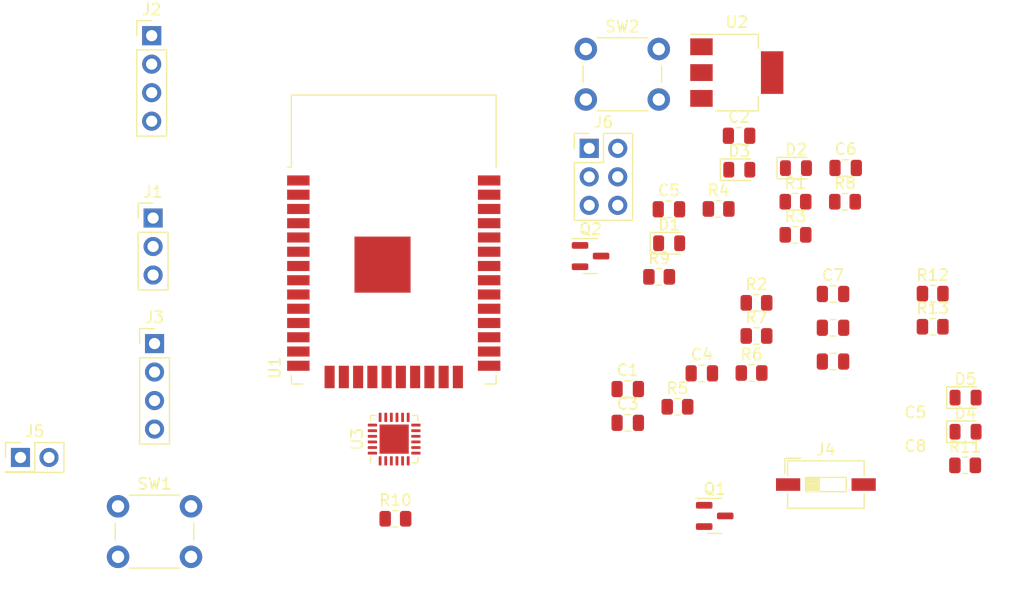
<source format=kicad_pcb>
(kicad_pcb (version 20211014) (generator pcbnew)
  (title_block (title "esp32-warm-water") (date "2021-08-06") (rev "0.2") (company "author: @wolffshots") (comment 1 "url: https://git.io/JBVO7") (comment 2 "fw: https://git.io/JBVqy"))
  (layers (0 "F.Cu" signal) (31 "B.Cu" signal) (34 "B.Paste" user) (35 "F.Paste" user) (36 "B.SilkS" user "B.Silkscreen") (37 "F.SilkS" user "F.Silkscreen") (38 "B.Mask" user) (39 "F.Mask" user) (44 "Edge.Cuts" user))
  (net 0 "")
  (net 1 "GND")
  (net 2 "+3V3")
  (net 3 "VBUS")
  (net 4 "RST")
  (net 5 "Net-(C3-Pad1)")
  (net 6 "TX_ESP")
  (net 7 "RX_ESP")
  (net 8 "GPIO0")
  (net 9 "Net-(Q1-Pad1)")
  (net 10 "RTS")
  (net 11 "Net-(Q2-Pad1)")
  (net 12 "DTR")
  (net 13 "Net-(R6-Pad2)")
  (net 14 "Net-(R7-Pad1)")
  (net 16 "D+")
  (net 17 "D-")
  (net 29 "SLED2")
  (net 30 "SLED1")
  (net 31 "SDA")
  (net 32 "SCL")
  (net 34 "GPIO14")
  (net 35 "CH2")
  (net 36 "CH1")
  (net 37 "/SLED_V1")
  (net 38 "/SD3")
  (net 39 "/SD2")
  (net 40 "/SD1")
  (net 41 "/SD0")
  (net 42 "Net-(U3-Pad14)")
  (net 43 "/RELAY_V")
  (net 44 "/PLED_V")
  (net 45 "/IO5")
  (net 46 "/IO4")
  (net 47 "/IO35")
  (net 48 "/IO34")
  (net 49 "/IO33")
  (net 50 "/IO32")
  (net 51 "/IO26")
  (net 52 "/IO25")
  (net 53 "/IO23")
  (net 54 "/IO2")
  (net 55 "/IO17")
  (net 56 "/IO16")
  (net 57 "/IO15")
  (net 58 "/IO13")
  (net 59 "/CMD")
  (net 60 "/CLK")
  (net 61 "Net-(U3-Pad13)")
  (net 62 "Net-(U3-Pad9)")
  (footprint "Package_TO_SOT_SMD:SOT-223-3_TabPin2" (layer "F.Cu") (at 93.282 22.348)
    (fp_text reference "U2" (at 0 -4.5) (layer "F.SilkS"))
    (fp_text value "AMS1117-3.3")
    (fp_line (start -4.1 -3.41) (end 1.91 -3.41) (layer "F.SilkS") (width 0.12))
    (fp_line (start 1.91 3.41) (end 1.91 2.15) (layer "F.SilkS") (width 0.12))
    (fp_line (start 1.91 -3.41) (end 1.91 -2.15) (layer "F.SilkS") (width 0.12))
    (fp_line (start -1.85 3.41) (end 1.91 3.41) (layer "F.SilkS") (width 0.12))
    (pad "1" smd rect (at -3.15 -2.3) (size 2 1.5) (layers "F.Cu" "F.Paste" "F.Mask") (net 1 "GND"))
    (pad "2" smd rect (at 3.15 0) (size 2 3.8) (layers "F.Cu" "F.Paste" "F.Mask") (net 2 "+3V3"))
    (pad "2" smd rect (at -3.15 0) (size 2 1.5) (layers "F.Cu" "F.Paste" "F.Mask") (net 2 "+3V3"))
    (pad "3" smd rect (at -3.15 2.3) (size 2 1.5) (layers "F.Cu" "F.Paste" "F.Mask") (net 3 "VBUS"))
  )
  (footprint "RF_Module:ESP32-WROOM-32" (layer "F.Cu") (at 62.716 40.216)
    (fp_text reference "U1" (at -10.61 8.43 90) (layer "F.SilkS"))
    (fp_text value "ESP32-WROOM-32(8MB)")
    (fp_line (start -9.12 9.88) (end -8.12 9.88) (layer "F.SilkS") (width 0.12))
    (fp_line (start 9.12 9.1) (end 9.12 9.88) (layer "F.SilkS") (width 0.12))
    (fp_line (start 9.12 -15.865) (end 9.12 -9.445) (layer "F.SilkS") (width 0.12))
    (fp_line (start -9.12 -9.445) (end -9.5 -9.445) (layer "F.SilkS") (width 0.12))
    (fp_line (start -9.12 -15.865) (end -9.12 -9.445) (layer "F.SilkS") (width 0.12))
    (fp_line (start -9.12 9.1) (end -9.12 9.88) (layer "F.SilkS") (width 0.12))
    (fp_line (start -9.12 -15.865) (end 9.12 -15.865) (layer "F.SilkS") (width 0.12))
    (fp_line (start 9.12 9.88) (end 8.12 9.88) (layer "F.SilkS") (width 0.12))
    (pad "1" smd rect (at -8.5 -8.255) (size 2 0.9) (layers "F.Cu" "F.Paste" "F.Mask") (net 1 "GND"))
    (pad "2" smd rect (at -8.5 -6.985) (size 2 0.9) (layers "F.Cu" "F.Paste" "F.Mask") (net 2 "+3V3"))
    (pad "3" smd rect (at -8.5 -5.715) (size 2 0.9) (layers "F.Cu" "F.Paste" "F.Mask") (net 4 "RST"))
    (pad "4" smd rect (at -8.5 -4.445) (size 2 0.9) (layers "F.Cu" "F.Paste" "F.Mask"))
    (pad "5" smd rect (at -8.5 -3.175) (size 2 0.9) (layers "F.Cu" "F.Paste" "F.Mask"))
    (pad "6" smd rect (at -8.5 -1.905) (size 2 0.9) (layers "F.Cu" "F.Paste" "F.Mask") (net 48 "/IO34"))
    (pad "7" smd rect (at -8.5 -0.635) (size 2 0.9) (layers "F.Cu" "F.Paste" "F.Mask") (net 47 "/IO35"))
    (pad "8" smd rect (at -8.5 0.635) (size 2 0.9) (layers "F.Cu" "F.Paste" "F.Mask") (net 50 "/IO32"))
    (pad "9" smd rect (at -8.5 1.905) (size 2 0.9) (layers "F.Cu" "F.Paste" "F.Mask") (net 49 "/IO33"))
    (pad "10" smd rect (at -8.5 3.175) (size 2 0.9) (layers "F.Cu" "F.Paste" "F.Mask") (net 52 "/IO25"))
    (pad "11" smd rect (at -8.5 4.445) (size 2 0.9) (layers "F.Cu" "F.Paste" "F.Mask") (net 51 "/IO26"))
    (pad "12" smd rect (at -8.5 5.715) (size 2 0.9) (layers "F.Cu" "F.Paste" "F.Mask") (net 29 "SLED2"))
    (pad "13" smd rect (at -8.5 6.985) (size 2 0.9) (layers "F.Cu" "F.Paste" "F.Mask") (net 34 "GPIO14"))
    (pad "14" smd rect (at -8.5 8.255) (size 2 0.9) (layers "F.Cu" "F.Paste" "F.Mask") (net 30 "SLED1"))
    (pad "15" smd rect (at -5.715 9.255 90) (size 2 0.9) (layers "F.Cu" "F.Paste" "F.Mask") (net 1 "GND"))
    (pad "16" smd rect (at -4.445 9.255 90) (size 2 0.9) (layers "F.Cu" "F.Paste" "F.Mask") (net 58 "/IO13"))
    (pad "17" smd rect (at -3.175 9.255 90) (size 2 0.9) (layers "F.Cu" "F.Paste" "F.Mask") (net 39 "/SD2"))
    (pad "18" smd rect (at -1.905 9.255 90) (size 2 0.9) (layers "F.Cu" "F.Paste" "F.Mask") (net 38 "/SD3"))
    (pad "19" smd rect (at -0.635 9.255 90) (size 2 0.9) (layers "F.Cu" "F.Paste" "F.Mask") (net 59 "/CMD"))
    (pad "20" smd rect (at 0.635 9.255 90) (size 2 0.9) (layers "F.Cu" "F.Paste" "F.Mask") (net 60 "/CLK"))
    (pad "21" smd rect (at 1.905 9.255 90) (size 2 0.9) (layers "F.Cu" "F.Paste" "F.Mask") (net 41 "/SD0"))
    (pad "22" smd rect (at 3.175 9.255 90) (size 2 0.9) (layers "F.Cu" "F.Paste" "F.Mask") (net 40 "/SD1"))
    (pad "23" smd rect (at 4.445 9.255 90) (size 2 0.9) (layers "F.Cu" "F.Paste" "F.Mask") (net 57 "/IO15"))
    (pad "24" smd rect (at 5.715 9.255 90) (size 2 0.9) (layers "F.Cu" "F.Paste" "F.Mask") (net 54 "/IO2"))
    (pad "25" smd rect (at 8.5 8.255) (size 2 0.9) (layers "F.Cu" "F.Paste" "F.Mask") (net 8 "GPIO0"))
    (pad "26" smd rect (at 8.5 6.985) (size 2 0.9) (layers "F.Cu" "F.Paste" "F.Mask") (net 46 "/IO4"))
    (pad "27" smd rect (at 8.5 5.715) (size 2 0.9) (layers "F.Cu" "F.Paste" "F.Mask") (net 56 "/IO16"))
    (pad "28" smd rect (at 8.5 4.445) (size 2 0.9) (layers "F.Cu" "F.Paste" "F.Mask") (net 55 "/IO17"))
    (pad "29" smd rect (at 8.5 3.175) (size 2 0.9) (layers "F.Cu" "F.Paste" "F.Mask") (net 45 "/IO5"))
    (pad "30" smd rect (at 8.5 1.905) (size 2 0.9) (layers "F.Cu" "F.Paste" "F.Mask") (net 36 "CH1"))
    (pad "31" smd rect (at 8.5 0.635) (size 2 0.9) (layers "F.Cu" "F.Paste" "F.Mask") (net 35 "CH2"))
    (pad "32" smd rect (at 8.5 -0.635) (size 2 0.9) (layers "F.Cu" "F.Paste" "F.Mask"))
    (pad "33" smd rect (at 8.5 -1.905) (size 2 0.9) (layers "F.Cu" "F.Paste" "F.Mask") (net 31 "SDA"))
    (pad "34" smd rect (at 8.5 -3.175) (size 2 0.9) (layers "F.Cu" "F.Paste" "F.Mask") (net 7 "RX_ESP"))
    (pad "35" smd rect (at 8.5 -4.445) (size 2 0.9) (layers "F.Cu" "F.Paste" "F.Mask") (net 6 "TX_ESP"))
    (pad "36" smd rect (at 8.5 -5.715) (size 2 0.9) (layers "F.Cu" "F.Paste" "F.Mask") (net 32 "SCL"))
    (pad "37" smd rect (at 8.5 -6.985) (size 2 0.9) (layers "F.Cu" "F.Paste" "F.Mask") (net 53 "/IO23"))
    (pad "38" smd rect (at 8.5 -8.255) (size 2 0.9) (layers "F.Cu" "F.Paste" "F.Mask") (net 1 "GND"))
    (pad "39" smd rect (at -1 -0.755) (size 5 5) (layers "F.Cu" "F.Paste" "F.Mask") (net 1 "GND"))
  )
  (footprint "Connector_PinHeader_2.54mm:PinHeader_2x03_P2.54mm_Vertical" (layer "F.Cu") (at 80.132 29.098)
    (fp_text reference "J6" (at 1.27 -2.33) (layer "F.SilkS"))
    (fp_text value "CONN_PROG")
    (fp_line (start 1.27 1.27) (end 1.27 -1.33) (layer "F.SilkS") (width 0.12))
    (fp_line (start 1.27 -1.33) (end 3.87 -1.33) (layer "F.SilkS") (width 0.12))
    (fp_line (start -1.33 0) (end -1.33 -1.33) (layer "F.SilkS") (width 0.12))
    (fp_line (start -1.33 1.27) (end 1.27 1.27) (layer "F.SilkS") (width 0.12))
    (fp_line (start -1.33 6.41) (end 3.87 6.41) (layer "F.SilkS") (width 0.12))
    (fp_line (start 3.87 -1.33) (end 3.87 6.41) (layer "F.SilkS") (width 0.12))
    (fp_line (start -1.33 1.27) (end -1.33 6.41) (layer "F.SilkS") (width 0.12))
    (fp_line (start -1.33 -1.33) (end 0 -1.33) (layer "F.SilkS") (width 0.12))
    (pad "1" thru_hole rect (at 0 0) (size 1.7 1.7) (drill 1) (layers *.Cu *.Mask) (net 1 "GND"))
    (pad "2" thru_hole oval (at 2.54 0) (size 1.7 1.7) (drill 1) (layers *.Cu *.Mask))
    (pad "3" thru_hole oval (at 0 2.54) (size 1.7 1.7) (drill 1) (layers *.Cu *.Mask) (net 6 "TX_ESP"))
    (pad "4" thru_hole oval (at 2.54 2.54) (size 1.7 1.7) (drill 1) (layers *.Cu *.Mask) (net 8 "GPIO0"))
    (pad "5" thru_hole oval (at 0 5.08) (size 1.7 1.7) (drill 1) (layers *.Cu *.Mask) (net 7 "RX_ESP"))
    (pad "6" thru_hole oval (at 2.54 5.08) (size 1.7 1.7) (drill 1) (layers *.Cu *.Mask) (net 2 "+3V3"))
  )
  (footprint "Capacitor_SMD:C_0805_2012Metric" (layer "F.Cu") (at 83.566 50.546)
    (fp_text reference "C1" (at 0 -1.68) (layer "F.SilkS"))
    (fp_text value "10uF")
    (fp_line (start -0.261252 -0.735) (end 0.261252 -0.735) (layer "F.SilkS") (width 0.12))
    (fp_line (start -0.261252 0.735) (end 0.261252 0.735) (layer "F.SilkS") (width 0.12))
    (pad "1" smd roundrect (at -0.95 0) (size 1 1.45) (layers "F.Cu" "F.Paste" "F.Mask") (net 1 "GND"))
    (pad "2" smd roundrect (at 0.95 0) (size 1 1.45) (layers "F.Cu" "F.Paste" "F.Mask") (net 3 "VBUS"))
  )
  (footprint "Resistor_SMD:R_0805_2012Metric" (layer "F.Cu") (at 91.662 34.498)
    (fp_text reference "R4" (at 0 -1.65) (layer "F.SilkS"))
    (fp_text value "330")
    (fp_line (start -0.227064 0.735) (end 0.227064 0.735) (layer "F.SilkS") (width 0.12))
    (fp_line (start -0.227064 -0.735) (end 0.227064 -0.735) (layer "F.SilkS") (width 0.12))
    (pad "1" smd roundrect (at -0.9125 0) (size 1.025 1.4) (layers "F.Cu" "F.Paste" "F.Mask") (roundrect_rratio 0.243902) (net 30 "SLED1"))
    (pad "2" smd roundrect (at 0.9125 0) (size 1.025 1.4) (layers "F.Cu" "F.Paste" "F.Mask") (roundrect_rratio 0.243902) (net 37 "/SLED_V1"))
  )
  (footprint "Resistor_SMD:R_0805_2012Metric" (layer "F.Cu") (at 86.362 40.548)
    (fp_text reference "R9" (at 0 -1.65) (layer "F.SilkS"))
    (fp_text value "10k")
    (fp_line (start -0.227064 0.735) (end 0.227064 0.735) (layer "F.SilkS") (width 0.12))
    (fp_line (start -0.227064 -0.735) (end 0.227064 -0.735) (layer "F.SilkS") (width 0.12))
    (pad "1" smd roundrect (at -0.9125 0) (size 1.025 1.4) (layers "F.Cu" "F.Paste" "F.Mask") (roundrect_rratio 0.243902) (net 10 "RTS"))
    (pad "2" smd roundrect (at 0.9125 0) (size 1.025 1.4) (layers "F.Cu" "F.Paste" "F.Mask") (roundrect_rratio 0.243902) (net 11 "Net-(Q2-Pad1)"))
  )
  (footprint "Resistor_SMD:R_0805_2012Metric" (layer "F.Cu") (at 113.625 57.343)
    (fp_text reference "R11" (at 0 -1.65) (layer "F.SilkS"))
    (fp_text value "4k7")
    (fp_line (start -0.227064 0.735) (end 0.227064 0.735) (layer "F.SilkS") (width 0.12))
    (fp_line (start -0.227064 -0.735) (end 0.227064 -0.735) (layer "F.SilkS") (width 0.12))
    (pad "1" smd roundrect (at -0.9125 0) (size 1.025 1.4) (layers "F.Cu" "F.Paste" "F.Mask") (roundrect_rratio 0.243902) (net 2 "+3V3"))
    (pad "2" smd roundrect (at 0.9125 0) (size 1.025 1.4) (layers "F.Cu" "F.Paste" "F.Mask") (roundrect_rratio 0.243902) (net 62 "Net-(U3-Pad9)"))
  )
  (footprint "Capacitor_SMD:C_0805_2012Metric" (layer "F.Cu") (at 102.982 30.846)
    (fp_text reference "C6" (at 0 -1.68) (layer "F.SilkS"))
    (fp_text value "10uF")
    (fp_line (start -0.261252 -0.735) (end 0.261252 -0.735) (layer "F.SilkS") (width 0.12))
    (fp_line (start -0.261252 0.735) (end 0.261252 0.735) (layer "F.SilkS") (width 0.12))
    (pad "1" smd roundrect (at -0.95 0) (size 1 1.45) (layers "F.Cu" "F.Paste" "F.Mask") (net 1 "GND"))
    (pad "2" smd roundrect (at 0.95 0) (size 1 1.45) (layers "F.Cu" "F.Paste" "F.Mask") (net 8 "GPIO0"))
  )
  (footprint "Capacitor_SMD:C_0805_2012Metric" (layer "F.Cu") (at 90.166 49.146)
    (fp_text reference "C4" (at 0 -1.68) (layer "F.SilkS"))
    (fp_text value "100nF")
    (fp_line (start -0.261252 -0.735) (end 0.261252 -0.735) (layer "F.SilkS") (width 0.12))
    (fp_line (start -0.261252 0.735) (end 0.261252 0.735) (layer "F.SilkS") (width 0.12))
    (pad "1" smd roundrect (at -0.95 0) (size 1 1.45) (layers "F.Cu" "F.Paste" "F.Mask") (net 1 "GND"))
    (pad "2" smd roundrect (at 0.95 0) (size 1 1.45) (layers "F.Cu" "F.Paste" "F.Mask") (net 2 "+3V3"))
  )
  (footprint "Resistor_SMD:R_0805_2012Metric" (layer "F.Cu") (at 102.922 33.856)
    (fp_text reference "R8" (at 0 -1.65) (layer "F.SilkS"))
    (fp_text value "10K")
    (fp_line (start -0.227064 0.735) (end 0.227064 0.735) (layer "F.SilkS") (width 0.12))
    (fp_line (start -0.227064 -0.735) (end 0.227064 -0.735) (layer "F.SilkS") (width 0.12))
    (pad "1" smd roundrect (at -0.9125 0) (size 1.025 1.4) (layers "F.Cu" "F.Paste" "F.Mask") (roundrect_rratio 0.243902) (net 2 "+3V3"))
    (pad "2" smd roundrect (at 0.9125 0) (size 1.025 1.4) (layers "F.Cu" "F.Paste" "F.Mask") (roundrect_rratio 0.243902) (net 8 "GPIO0"))
  )
  (footprint "Package_TO_SOT_SMD:SOT-23" (layer "F.Cu") (at 80.252 38.698)
    (fp_text reference "Q2" (at 0 -2.4) (layer "F.SilkS"))
    (fp_text value "BC847")
    (fp_line (start 0 -1.56) (end 0.65 -1.56) (layer "F.SilkS") (width 0.12))
    (fp_line (start 0 -1.56) (end -1.675 -1.56) (layer "F.SilkS") (width 0.12))
    (fp_line (start 0 1.56) (end 0.65 1.56) (layer "F.SilkS") (width 0.12))
    (fp_line (start 0 1.56) (end -0.65 1.56) (layer "F.SilkS") (width 0.12))
    (pad "1" smd roundrect (at -0.9375 -0.95) (size 1.475 0.6) (layers "F.Cu" "F.Paste" "F.Mask") (net 11 "Net-(Q2-Pad1)"))
    (pad "2" smd roundrect (at -0.9375 0.95) (size 1.475 0.6) (layers "F.Cu" "F.Paste" "F.Mask") (net 12 "DTR"))
    (pad "3" smd roundrect (at 0.9375 0) (size 1.475 0.6) (layers "F.Cu" "F.Paste" "F.Mask") (net 8 "GPIO0"))
  )
  (footprint "Resistor_SMD:R_0805_2012Metric" (layer "F.Cu") (at 62.865 62.103)
    (fp_text reference "R10" (at 0 -1.65) (layer "F.SilkS"))
    (fp_text value "10k")
    (fp_line (start -0.227064 0.735) (end 0.227064 0.735) (layer "F.SilkS") (width 0.12))
    (fp_line (start -0.227064 -0.735) (end 0.227064 -0.735) (layer "F.SilkS") (width 0.12))
    (pad "1" smd roundrect (at -0.9125 0) (size 1.025 1.4) (layers "F.Cu" "F.Paste" "F.Mask") (roundrect_rratio 0.243902) (net 12 "DTR"))
    (pad "2" smd roundrect (at 0.9125 0) (size 1.025 1.4) (layers "F.Cu" "F.Paste" "F.Mask") (roundrect_rratio 0.243902) (net 9 "Net-(Q1-Pad1)"))
  )
  (footprint "Capacitor_SMD:C_0805_2012Metric" (layer "F.Cu") (at 93.482 27.978)
    (fp_text reference "C2" (at 0 -1.68) (layer "F.SilkS"))
    (fp_text value "10uF")
    (fp_line (start -0.261252 0.735) (end 0.261252 0.735) (layer "F.SilkS") (width 0.12))
    (fp_line (start -0.261252 -0.735) (end 0.261252 -0.735) (layer "F.SilkS") (width 0.12))
    (pad "1" smd roundrect (at -0.95 0) (size 1 1.45) (layers "F.Cu" "F.Paste" "F.Mask") (net 1 "GND"))
    (pad "2" smd roundrect (at 0.95 0) (size 1 1.45) (layers "F.Cu" "F.Paste" "F.Mask") (net 4 "RST"))
  )
  (footprint "Connector_PinHeader_2.54mm:PinHeader_1x04_P2.54mm_Vertical" (layer "F.Cu") (at 41.148 19.06)
    (fp_text reference "J2" (at 0 -2.33) (layer "F.SilkS"))
    (fp_text value "OLED")
    (fp_line (start -1.33 8.95) (end 1.33 8.95) (layer "F.SilkS") (width 0.12))
    (fp_line (start 1.33 1.27) (end 1.33 8.95) (layer "F.SilkS") (width 0.12))
    (fp_line (start -1.33 0) (end -1.33 -1.33) (layer "F.SilkS") (width 0.12))
    (fp_line (start -1.33 1.27) (end 1.33 1.27) (layer "F.SilkS") (width 0.12))
    (fp_line (start -1.33 -1.33) (end 0 -1.33) (layer "F.SilkS") (width 0.12))
    (fp_line (start -1.33 1.27) (end -1.33 8.95) (layer "F.SilkS") (width 0.12))
    (pad "1" thru_hole rect (at 0 0) (size 1.7 1.7) (drill 1) (layers *.Cu *.Mask) (net 1 "GND"))
    (pad "2" thru_hole oval (at 0 2.54) (size 1.7 1.7) (drill 1) (layers *.Cu *.Mask) (net 2 "+3V3"))
    (pad "3" thru_hole oval (at 0 5.08) (size 1.7 1.7) (drill 1) (layers *.Cu *.Mask) (net 32 "SCL"))
    (pad "4" thru_hole oval (at 0 7.62) (size 1.7 1.7) (drill 1) (layers *.Cu *.Mask) (net 31 "SDA"))
  )
  (footprint "Button_Switch_SMD:SW_DIP_SPSTx01_Slide_6.7x4.1mm_W6.73mm_P2.54mm_LowProfile_JPin" (layer "F.Cu") (at 101.219 59.055)
    (fp_text reference "J4" (at 0 -3.11) (layer "F.SilkS"))
    (fp_text value "RELAY_EN")
    (fp_line (start -3.65 -2.35) (end -2.267 -2.35) (layer "F.SilkS") (width 0.12))
    (fp_line (start -1.81 0.325) (end -0.603333 0.325) (layer "F.SilkS") (width 0.12))
    (fp_line (start -1.81 -0.515) (end -0.603333 -0.515) (layer "F.SilkS") (width 0.12))
    (fp_line (start -3.41 2.11) (end 3.41 2.11) (layer "F.SilkS") (width 0.12))
    (fp_line (start 1.81 0.635) (end 1.81 -0.635) (layer "F.SilkS") (width 0.12))
    (fp_line (start -1.81 0.205) (end -0.603333 0.205) (layer "F.SilkS") (width 0.12))
    (fp_line (start -3.41 0.8) (end -3.41 2.11) (layer "F.SilkS") (width 0.12))
    (fp_line (start -3.65 -2.35) (end -3.65 -0.967) (layer "F.SilkS") (width 0.12))
    (fp_line (start 1.81 -0.635) (end -1.81 -0.635) (layer "F.SilkS") (width 0.12))
    (fp_line (start -1.81 -0.035) (end -0.603333 -0.035) (layer "F.SilkS") (width 0.12))
    (fp_line (start -1.81 -0.395) (end -0.603333 -0.395) (layer "F.SilkS") (width 0.12))
    (fp_line (start 3.41 -2.11) (end 3.41 -0.8) (layer "F.SilkS") (width 0.12))
    (fp_line (start -3.41 -2.11) (end 3.41 -2.11) (layer "F.SilkS") (width 0.12))
    (fp_line (start -1.81 -0.275) (end -0.603333 -0.275) (layer "F.SilkS") (width 0.12))
    (fp_line (start -1.81 0.565) (end -0.603333 0.565) (layer "F.SilkS") (width 0.12))
    (fp_line (start -1.81 0.635) (end 1.81 0.635) (layer "F.SilkS") (width 0.12))
    (fp_line (start -0.603333 -0.635) (end -0.603333 0.635) (layer "F.SilkS") (width 0.12))
    (fp_line (start -1.81 -0.635) (end -1.81 0.635) (layer "F.SilkS") (width 0.12))
    (fp_line (start -1.81 0.085) (end -0.603333 0.085) (layer "F.SilkS") (width 0.12))
    (fp_line (start -1.81 -0.155) (end -0.603333 -0.155) (layer "F.SilkS") (width 0.12))
    (fp_line (start -1.81 0.445) (end -0.603333 0.445) (layer "F.SilkS") (width 0.12))
    (fp_line (start 3.41 0.8) (end 3.41 2.11) (layer "F.SilkS") (width 0.12))
    (fp_line (start -3.41 -2.11) (end -3.41 -0.8) (layer "F.SilkS") (width 0.12))
    (pad "1" smd rect (at -3.365 0) (size 2.16 1.12) (layers "F.Cu" "F.Paste" "F.Mask") (net 43 "/RELAY_V"))
    (pad "2" smd rect (at 3.365 0) (size 2.16 1.12) (layers "F.Cu" "F.Paste" "F.Mask") (net 3 "VBUS"))
  )
  (footprint "Resistor_SMD:R_0805_2012Metric" (layer "F.Cu") (at 98.512 33.856)
    (fp_text reference "R1" (at 0 -1.65) (layer "F.SilkS"))
    (fp_text value "4k7")
    (fp_line (start -0.227064 0.735) (end 0.227064 0.735) (layer "F.SilkS") (width 0.12))
    (fp_line (start -0.227064 -0.735) (end 0.227064 -0.735) (layer "F.SilkS") (width 0.12))
    (pad "1" smd roundrect (at -0.9125 0) (size 1.025 1.4) (layers "F.Cu" "F.Paste" "F.Mask") (roundrect_rratio 0.243902) (net 2 "+3V3"))
    (pad "2" smd roundrect (at 0.9125 0) (size 1.025 1.4) (layers "F.Cu" "F.Paste" "F.Mask") (roundrect_rratio 0.243902) (net 34 "GPIO14"))
  )
  (footprint "Capacitor_SMD:C_0805_2012Metric" (layer "F.Cu") (at 87.232 34.528)
    (fp_text reference "C5" (at 0 -1.68) (layer "F.SilkS"))
    (fp_text value "10uF")
    (fp_line (start -0.261252 -0.735) (end 0.261252 -0.735) (layer "F.SilkS") (width 0.12))
    (fp_line (start -0.261252 0.735) (end 0.261252 0.735) (layer "F.SilkS") (width 0.12))
    (pad "1" smd roundrect (at -0.95 0) (size 1 1.45) (layers "F.Cu" "F.Paste" "F.Mask") (net 2 "+3V3"))
    (pad "2" smd roundrect (at 0.95 0) (size 1 1.45) (layers "F.Cu" "F.Paste" "F.Mask") (net 1 "GND"))
  )
  (footprint "Resistor_SMD:R_0805_2012Metric" (layer "F.Cu") (at 110.734 44.995)
    (fp_text reference "R13" (at 0 -1.65) (layer "F.SilkS"))
    (fp_text value "4k7")
    (fp_line (start -0.227064 0.735) (end 0.227064 0.735) (layer "F.SilkS") (width 0.12))
    (fp_line (start -0.227064 -0.735) (end 0.227064 -0.735) (layer "F.SilkS") (width 0.12))
    (pad "1" smd roundrect (at -0.9125 0) (size 1.025 1.4) (layers "F.Cu" "F.Paste" "F.Mask") (roundrect_rratio 0.243902) (net 31 "SDA"))
    (pad "2" smd roundrect (at 0.9125 0) (size 1.025 1.4) (layers "F.Cu" "F.Paste" "F.Mask") (roundrect_rratio 0.243902) (net 2 "+3V3"))
  )
  (footprint "Resistor_SMD:R_0805_2012Metric" (layer "F.Cu") (at 95.036 42.866)
    (fp_text reference "R2" (at 0 -1.65) (layer "F.SilkS"))
    (fp_text value "1k")
    (fp_line (start -0.227064 -0.735) (end 0.227064 -0.735) (layer "F.SilkS") (width 0.12))
    (fp_line (start -0.227064 0.735) (end 0.227064 0.735) (layer "F.SilkS") (width 0.12))
    (pad "1" smd roundrect (at -0.9125 0) (size 1.025 1.4) (layers "F.Cu" "F.Paste" "F.Mask") (roundrect_rratio 0.243902) (net 2 "+3V3"))
    (pad "2" smd roundrect (at 0.9125 0) (size 1.025 1.4) (layers "F.Cu" "F.Paste" "F.Mask") (roundrect_rratio 0.243902) (net 44 "/PLED_V"))
  )
  (footprint "Capacitor_SMD:C_0805_2012Metric" (layer "F.Cu") (at 101.854 42.075)
    (fp_text reference "C7" (at 0 -1.68) (layer "F.SilkS"))
    (fp_text value "1uF")
    (fp_line (start -0.261252 0.735) (end 0.261252 0.735) (layer "F.SilkS") (width 0.12))
    (fp_line (start -0.261252 -0.735) (end 0.261252 -0.735) (layer "F.SilkS") (width 0.12))
    (pad "1" smd roundrect (at -0.95 0) (size 1 1.45) (layers "F.Cu" "F.Paste" "F.Mask") (net 2 "+3V3"))
    (pad "2" smd roundrect (at 0.95 0) (size 1 1.45) (layers "F.Cu" "F.Paste" "F.Mask") (net 1 "GND"))
  )
  (footprint "Capacitor_SMD:C_0805_2012Metric" (layer "F.Cu") (at 101.854 45.085)
    (fp_text reference "C5" (at 7.341 7.538) (layer "F.SilkS"))
    (fp_text value "100nF")
    (fp_line (start -0.261252 0.735) (end 0.261252 0.735) (layer "F.SilkS") (width 0.12))
    (fp_line (start -0.261252 -0.735) (end 0.261252 -0.735) (layer "F.SilkS") (width 0.12))
    (pad "1" smd roundrect (at -0.95 0) (size 1 1.45) (layers "F.Cu" "F.Paste" "F.Mask") (net 1 "GND"))
    (pad "2" smd roundrect (at 0.95 0) (size 1 1.45) (layers "F.Cu" "F.Paste" "F.Mask") (net 2 "+3V3"))
  )
  (footprint "LED_SMD:LED_0805_2012Metric" (layer "F.Cu") (at 93.502 31.003)
    (fp_text reference "D3" (at 0 -1.65) (layer "F.SilkS"))
    (fp_text value "SLED2")
    (fp_line (start -1.685 -0.96) (end -1.685 0.96) (layer "F.SilkS") (width 0.12))
    (fp_line (start -1.685 0.96) (end 1 0.96) (layer "F.SilkS") (width 0.12))
    (fp_line (start 1 -0.96) (end -1.685 -0.96) (layer "F.SilkS") (width 0.12))
    (pad "1" smd roundrect (at -0.9375 0) (size 0.975 1.4) (layers "F.Cu" "F.Paste" "F.Mask") (net 1 "GND"))
    (pad "2" smd roundrect (at 0.9375 0) (size 0.975 1.4) (layers "F.Cu" "F.Paste" "F.Mask") (net 28 "/SLED_V2"))
  )
  (footprint "LED_SMD:LED_0805_2012Metric" (layer "F.Cu") (at 98.552 30.861)
    (fp_text reference "D2" (at 0 -1.65) (layer "F.SilkS"))
    (fp_text value "PLED")
    (fp_line (start 1 -0.96) (end -1.685 -0.96) (layer "F.SilkS") (width 0.12))
    (fp_line (start -1.685 -0.96) (end -1.685 0.96) (layer "F.SilkS") (width 0.12))
    (fp_line (start -1.685 0.96) (end 1 0.96) (layer "F.SilkS") (width 0.12))
    (pad "1" smd roundrect (at -0.9375 0) (size 0.975 1.4) (layers "F.Cu" "F.Paste" "F.Mask") (net 1 "GND"))
    (pad "2" smd roundrect (at 0.9375 0) (size 0.975 1.4) (layers "F.Cu" "F.Paste" "F.Mask") (net 44 "/PLED_V"))
  )
  (footprint "Capacitor_SMD:C_0805_2012Metric" (layer "F.Cu") (at 83.566 53.556)
    (fp_text reference "C3" (at 0 -1.68) (layer "F.SilkS"))
    (fp_text value "4.7uF")
    (fp_line (start -0.261252 0.735) (end 0.261252 0.735) (layer "F.SilkS") (width 0.12))
    (fp_line (start -0.261252 -0.735) (end 0.261252 -0.735) (layer "F.SilkS") (width 0.12))
    (pad "1" smd roundrect (at -0.95 0) (size 1 1.45) (layers "F.Cu" "F.Paste" "F.Mask") (net 5 "Net-(C3-Pad1)"))
    (pad "2" smd roundrect (at 0.95 0) (size 1 1.45) (layers "F.Cu" "F.Paste" "F.Mask") (net 1 "GND"))
  )
  (footprint "Button_Switch_THT:SW_PUSH_6mm_H13mm" (layer "F.Cu") (at 79.832 20.248)
    (fp_text reference "SW2" (at 3.25 -2) (layer "F.SilkS"))
    (fp_text value "SW_RST")
    (fp_line (start -0.25 1.5) (end -0.25 3) (layer "F.SilkS") (width 0.12))
    (fp_line (start 1 5.5) (end 5.5 5.5) (layer "F.SilkS") (width 0.12))
    (fp_line (start 5.5 -1) (end 1 -1) (layer "F.SilkS") (width 0.12))
    (fp_line (start 6.75 3) (end 6.75 1.5) (layer "F.SilkS") (width 0.12))
    (pad "1" thru_hole circle (at 0 0 90) (size 2 2) (drill 1.1) (layers *.Cu *.Mask) (net 1 "GND"))
    (pad "1" thru_hole circle (at 6.5 0 90) (size 2 2) (drill 1.1) (layers *.Cu *.Mask) (net 1 "GND"))
    (pad "2" thru_hole circle (at 0 4.5 90) (size 2 2) (drill 1.1) (layers *.Cu *.Mask) (net 8 "GPIO0"))
    (pad "2" thru_hole circle (at 6.5 4.5 90) (size 2 2) (drill 1.1) (layers *.Cu *.Mask) (net 8 "GPIO0"))
  )
  (footprint "Connector_PinHeader_2.54mm:PinHeader_1x03_P2.54mm_Vertical" (layer "F.Cu") (at 41.275 35.306)
    (fp_text reference "J1" (at 0 -2.33) (layer "F.SilkS"))
    (fp_text value "TEMPS")
    (fp_line (start -1.33 1.27) (end -1.33 6.41) (layer "F.SilkS") (width 0.12))
    (fp_line (start -1.33 0) (end -1.33 -1.33) (layer "F.SilkS") (width 0.12))
    (fp_line (start 1.33 1.27) (end 1.33 6.41) (layer "F.SilkS") (width 0.12))
    (fp_line (start -1.33 -1.33) (end 0 -1.33) (layer "F.SilkS") (width 0.12))
    (fp_line (start -1.33 6.41) (end 1.33 6.41) (layer "F.SilkS") (width 0.12))
    (fp_line (start -1.33 1.27) (end 1.33 1.27) (layer "F.SilkS") (width 0.12))
    (pad "1" thru_hole rect (at 0 0) (size 1.7 1.7) (drill 1) (layers *.Cu *.Mask) (net 34 "GPIO14"))
    (pad "2" thru_hole oval (at 0 2.54) (size 1.7 1.7) (drill 1) (layers *.Cu *.Mask) (net 2 "+3V3"))
    (pad "3" thru_hole oval (at 0 5.08) (size 1.7 1.7) (drill 1) (layers *.Cu *.Mask) (net 1 "GND"))
  )
  (footprint "Resistor_SMD:R_0805_2012Metric" (layer "F.Cu") (at 95.036 45.816)
    (fp_text reference "R7" (at 0 -1.65) (layer "F.SilkS"))
    (fp_text value "470")
    (fp_line (start -0.227064 -0.735) (end 0.227064 -0.735) (layer "F.SilkS") (width 0.12))
    (fp_line (start -0.227064 0.735) (end 0.227064 0.735) (layer "F.SilkS") (width 0.12))
    (pad "1" smd roundrect (at -0.9125 0) (size 1.025 1.4) (layers "F.Cu" "F.Paste" "F.Mask") (roundrect_rratio 0.243902) (net 14 "Net-(R7-Pad1)"))
    (pad "2" smd roundrect (at 0.9125 0) (size 1.025 1.4) (layers "F.Cu" "F.Paste" "F.Mask") (roundrect_rratio 0.243902) (net 6 "TX_ESP"))
  )
  (footprint "Package_DFN_QFN:QFN-24-1EP_4x4mm_P0.5mm_EP2.6x2.6mm" (layer "F.Cu") (at 62.753 55.006 90)
    (fp_text reference "U3" (at 0 -3.3 90) (layer "F.SilkS"))
    (fp_text value "CP2104")
    (fp_line (start 2.11 2.11) (end 2.11 1.635) (layer "F.SilkS") (width 0.12))
    (fp_line (start -1.635 -2.11) (end -2.11 -2.11) (layer "F.SilkS") (width 0.12))
    (fp_line (start 2.11 -2.11) (end 2.11 -1.635) (layer "F.SilkS") (width 0.12))
    (fp_line (start 1.635 -2.11) (end 2.11 -2.11) (layer "F.SilkS") (width 0.12))
    (fp_line (start -1.635 2.11) (end -2.11 2.11) (layer "F.SilkS") (width 0.12))
    (fp_line (start -2.11 2.11) (end -2.11 1.635) (layer "F.SilkS") (width 0.12))
    (fp_line (start 1.635 2.11) (end 2.11 2.11) (layer "F.SilkS") (width 0.12))
    (pad "1" smd roundrect (at -1.9375 -1.25 90) (size 0.825 0.25) (layers "F.Cu" "F.Paste" "F.Mask"))
    (pad "2" smd roundrect (at -1.9375 -0.75 90) (size 0.825 0.25) (layers "F.Cu" "F.Paste" "F.Mask") (net 1 "GND"))
    (pad "3" smd roundrect (at -1.9375 -0.25 90) (size 0.825 0.25) (layers "F.Cu" "F.Paste" "F.Mask") (net 16 "D+"))
    (pad "4" smd roundrect (at -1.9375 0.25 90) (size 0.825 0.25) (layers "F.Cu" "F.Paste" "F.Mask") (net 17 "D-"))
    (pad "5" smd roundrect (at -1.9375 0.75 90) (size 0.825 0.25) (layers "F.Cu" "F.Paste" "F.Mask") (net 2 "+3V3"))
    (pad "6" smd roundrect (at -1.9375 1.25 90) (size 0.825 0.25) (layers "F.Cu" "F.Paste" "F.Mask") (net 2 "+3V3"))
    (pad "7" smd roundrect (at -1.25 1.9375 90) (size 0.25 0.825) (layers "F.Cu" "F.Paste" "F.Mask") (net 2 "+3V3"))
    (pad "8" smd roundrect (at -0.75 1.9375 90) (size 0.25 0.825) (layers "F.Cu" "F.Paste" "F.Mask") (net 3 "VBUS"))
    (pad "9" smd roundrect (at -0.25 1.9375 90) (size 0.25 0.825) (layers "F.Cu" "F.Paste" "F.Mask") (net 62 "Net-(U3-Pad9)"))
    (pad "10" smd roundrect (at 0.25 1.9375 90) (size 0.25 0.825) (layers "F.Cu" "F.Paste" "F.Mask"))
    (pad "11" smd roundrect (at 0.75 1.9375 90) (size 0.25 0.825) (layers "F.Cu" "F.Paste" "F.Mask"))
    (pad "12" smd roundrect (at 1.25 1.9375 90) (size 0.25 0.825) (layers "F.Cu" "F.Paste" "F.Mask"))
    (pad "13" smd roundrect (at 1.9375 1.25 90) (size 0.825 0.25) (layers "F.Cu" "F.Paste" "F.Mask") (net 61 "Net-(U3-Pad13)"))
    (pad "14" smd roundrect (at 1.9375 0.75 90) (size 0.825 0.25) (layers "F.Cu" "F.Paste" "F.Mask") (net 42 "Net-(U3-Pad14)"))
    (pad "15" smd roundrect (at 1.9375 0.25 90) (size 0.825 0.25) (layers "F.Cu" "F.Paste" "F.Mask"))
    (pad "16" smd roundrect (at 1.9375 -0.25 90) (size 0.825 0.25) (layers "F.Cu" "F.Paste" "F.Mask") (net 5 "Net-(C3-Pad1)"))
    (pad "17" smd roundrect (at 1.9375 -0.75 90) (size 0.825 0.25) (layers "F.Cu" "F.Paste" "F.Mask"))
    (pad "18" smd roundrect (at 1.9375 -1.25 90) (size 0.825 0.25) (layers "F.Cu" "F.Paste" "F.Mask"))
    (pad "19" smd roundrect (at 1.25 -1.9375 90) (size 0.25 0.825) (layers "F.Cu" "F.Paste" "F.Mask") (net 10 "RTS"))
    (pad "20" smd roundrect (at 0.75 -1.9375 90) (size 0.25 0.825) (layers "F.Cu" "F.Paste" "F.Mask") (net 14 "Net-(R7-Pad1)"))
    (pad "21" smd roundrect (at 0.25 -1.9375 90) (size 0.25 0.825) (layers "F.Cu" "F.Paste" "F.Mask") (net 13 "Net-(R6-Pad2)"))
    (pad "22" smd roundrect (at -0.25 -1.9375 90) (size 0.25 0.825) (layers "F.Cu" "F.Paste" "F.Mask"))
    (pad "23" smd roundrect (at -0.75 -1.9375 90) (size 0.25 0.825) (layers "F.Cu" "F.Paste" "F.Mask") (net 12 "DTR"))
    (pad "24" smd roundrect (at -1.25 -1.9375 90) (size 0.25 0.825) (layers "F.Cu" "F.Paste" "F.Mask"))
    (pad "25" smd rect (at 0 0 90) (size 2.6 2.6) (layers "F.Cu" "F.Mask") (net 1 "GND"))
  )
  (footprint "LED_SMD:LED_0805_2012Metric" (layer "F.Cu") (at 113.665 54.348)
    (fp_text reference "D4" (at 0 -1.65) (layer "F.SilkS"))
    (fp_text value "TXLED")
    (fp_line (start 1 -0.96) (end -1.685 -0.96) (layer "F.SilkS") (width 0.12))
    (fp_line (start -1.685 -0.96) (end -1.685 0.96) (layer "F.SilkS") (width 0.12))
    (fp_line (start -1.685 0.96) (end 1 0.96) (layer "F.SilkS") (width 0.12))
    (pad "1" smd roundrect (at -0.9375 0) (size 0.975 1.4) (layers "F.Cu" "F.Paste" "F.Mask") (net 42 "Net-(U3-Pad14)"))
    (pad "2" smd roundrect (at 0.9375 0) (size 0.975 1.4) (layers "F.Cu" "F.Paste" "F.Mask") (net 2 "+3V3"))
  )
  (footprint "Capacitor_SMD:C_0805_2012Metric" (layer "F.Cu") (at 101.854 48.095)
    (fp_text reference "C8" (at 7.341 7.538) (layer "F.SilkS"))
    (fp_text value "10uF")
    (fp_line (start -0.261252 -0.735) (end 0.261252 -0.735) (layer "F.SilkS") (width 0.12))
    (fp_line (start -0.261252 0.735) (end 0.261252 0.735) (layer "F.SilkS") (width 0.12))
    (pad "1" smd roundrect (at -0.95 0) (size 1 1.45) (layers "F.Cu" "F.Paste" "F.Mask") (net 1 "GND"))
    (pad "2" smd roundrect (at 0.95 0) (size 1 1.45) (layers "F.Cu" "F.Paste" "F.Mask") (net 2 "+3V3"))
  )
  (footprint "Connector_PinHeader_2.54mm:PinHeader_2x01_P2.54mm_Vertical" (layer "F.Cu") (at 29.459 56.642)
    (fp_text reference "J5" (at 1.27 -2.33) (layer "F.SilkS"))
    (fp_text value "PWR_IN")
    (fp_line (start -1.33 1.33) (end 3.87 1.33) (layer "F.SilkS") (width 0.12))
    (fp_line (start -1.33 1.27) (end 1.27 1.27) (layer "F.SilkS") (width 0.12))
    (fp_line (start -1.33 1.27) (end -1.33 1.33) (layer "F.SilkS") (width 0.12))
    (fp_line (start 1.27 -1.33) (end 3.87 -1.33) (layer "F.SilkS") (width 0.12))
    (fp_line (start -1.33 -1.33) (end 0 -1.33) (layer "F.SilkS") (width 0.12))
    (fp_line (start 1.27 1.27) (end 1.27 -1.33) (layer "F.SilkS") (width 0.12))
    (fp_line (start -1.33 0) (end -1.33 -1.33) (layer "F.SilkS") (width 0.12))
    (fp_line (start 3.87 -1.33) (end 3.87 1.33) (layer "F.SilkS") (width 0.12))
    (pad "1" thru_hole rect (at 0 0) (size 1.7 1.7) (drill 1) (layers *.Cu *.Mask) (net 1 "GND"))
    (pad "2" thru_hole oval (at 2.54 0) (size 1.7 1.7) (drill 1) (layers *.Cu *.Mask) (net 3 "VBUS"))
  )
  (footprint "LED_SMD:LED_0805_2012Metric" (layer "F.Cu") (at 87.252 37.553)
    (fp_text reference "D1" (at 0 -1.65) (layer "F.SilkS"))
    (fp_text value "SLED1")
    (fp_line (start -1.685 0.96) (end 1 0.96) (layer "F.SilkS") (width 0.12))
    (fp_line (start -1.685 -0.96) (end -1.685 0.96) (layer "F.SilkS") (width 0.12))
    (fp_line (start 1 -0.96) (end -1.685 -0.96) (layer "F.SilkS") (width 0.12))
    (pad "1" smd roundrect (at -0.9375 0) (size 0.975 1.4) (layers "F.Cu" "F.Paste" "F.Mask") (net 1 "GND"))
    (pad "2" smd roundrect (at 0.9375 0) (size 0.975 1.4) (layers "F.Cu" "F.Paste" "F.Mask") (net 37 "/SLED_V1"))
  )
  (footprint "Resistor_SMD:R_0805_2012Metric" (layer "F.Cu") (at 87.996 52.126)
    (fp_text reference "R5" (at 0 -1.65) (layer "F.SilkS"))
    (fp_text value "330")
    (fp_line (start -0.227064 0.735) (end 0.227064 0.735) (layer "F.SilkS") (width 0.12))
    (fp_line (start -0.227064 -0.735) (end 0.227064 -0.735) (layer "F.SilkS") (width 0.12))
    (pad "1" smd roundrect (at -0.9125 0) (size 1.025 1.4) (layers "F.Cu" "F.Paste" "F.Mask") (roundrect_rratio 0.243902) (net 29 "SLED2"))
    (pad "2" smd roundrect (at 0.9125 0) (size 1.025 1.4) (layers "F.Cu" "F.Paste" "F.Mask") (roundrect_rratio 0.243902) (net 28 "/SLED_V2"))
  )
  (footprint "Connector_PinHeader_2.54mm:PinHeader_1x04_P2.54mm_Vertical" (layer "F.Cu") (at 41.402 46.492)
    (fp_text reference "J3" (at 0 -2.33) (layer "F.SilkS"))
    (fp_text value "RELAY")
    (fp_line (start -1.33 0) (end -1.33 -1.33) (layer "F.SilkS") (width 0.12))
    (fp_line (start -1.33 1.27) (end -1.33 8.95) (layer "F.SilkS") (width 0.12))
    (fp_line (start 1.33 1.27) (end 1.33 8.95) (layer "F.SilkS") (width 0.12))
    (fp_line (start -1.33 8.95) (end 1.33 8.95) (layer "F.SilkS") (width 0.12))
    (fp_line (start -1.33 -1.33) (end 0 -1.33) (layer "F.SilkS") (width 0.12))
    (fp_line (start -1.33 1.27) (end 1.33 1.27) (layer "F.SilkS") (width 0.12))
    (pad "1" thru_hole rect (at 0 0) (size 1.7 1.7) (drill 1) (layers *.Cu *.Mask) (net 1 "GND"))
    (pad "2" thru_hole oval (at 0 2.54) (size 1.7 1.7) (drill 1) (layers *.Cu *.Mask) (net 36 "CH1"))
    (pad "3" thru_hole oval (at 0 5.08) (size 1.7 1.7) (drill 1) (layers *.Cu *.Mask) (net 35 "CH2"))
    (pad "4" thru_hole oval (at 0 7.62) (size 1.7 1.7) (drill 1) (layers *.Cu *.Mask) (net 43 "/RELAY_V"))
  )
  (footprint "Package_TO_SOT_SMD:SOT-23" (layer "F.Cu") (at 91.313 61.849)
    (fp_text reference "Q1" (at 0 -2.4) (layer "F.SilkS"))
    (fp_text value "BC847")
    (fp_line (start 0 1.56) (end -0.65 1.56) (layer "F.SilkS") (width 0.12))
    (fp_line (start 0 -1.56) (end 0.65 -1.56) (layer "F.SilkS") (width 0.12))
    (fp_line (start 0 1.56) (end 0.65 1.56) (layer "F.SilkS") (width 0.12))
    (fp_line (start 0 -1.56) (end -1.675 -1.56) (layer "F.SilkS") (width 0.12))
    (pad "1" smd roundrect (at -0.9375 -0.95) (size 1.475 0.6) (layers "F.Cu" "F.Paste" "F.Mask") (net 9 "Net-(Q1-Pad1)"))
    (pad "2" smd roundrect (at -0.9375 0.95) (size 1.475 0.6) (layers "F.Cu" "F.Paste" "F.Mask") (net 10 "RTS"))
    (pad "3" smd roundrect (at 0.9375 0) (size 1.475 0.6) (layers "F.Cu" "F.Paste" "F.Mask") (net 4 "RST"))
  )
  (footprint "Resistor_SMD:R_0805_2012Metric" (layer "F.Cu") (at 94.596 49.116)
    (fp_text reference "R6" (at 0 -1.65) (layer "F.SilkS"))
    (fp_text value "470")
    (fp_line (start -0.227064 0.735) (end 0.227064 0.735) (layer "F.SilkS") (width 0.12))
    (fp_line (start -0.227064 -0.735) (end 0.227064 -0.735) (layer "F.SilkS") (width 0.12))
    (pad "1" smd roundrect (at -0.9125 0) (size 1.025 1.4) (layers "F.Cu" "F.Paste" "F.Mask") (roundrect_rratio 0.243902) (net 7 "RX_ESP"))
    (pad "2" smd roundrect (at 0.9125 0) (size 1.025 1.4) (layers "F.Cu" "F.Paste" "F.Mask") (roundrect_rratio 0.243902) (net 13 "Net-(R6-Pad2)"))
  )
  (footprint "LED_SMD:LED_0805_2012Metric" (layer "F.Cu") (at 113.665 51.308)
    (fp_text reference "D5" (at 0 -1.65) (layer "F.SilkS"))
    (fp_text value "RXLED")
    (fp_line (start -1.685 -0.96) (end -1.685 0.96) (layer "F.SilkS") (width 0.12))
    (fp_line (start -1.685 0.96) (end 1 0.96) (layer "F.SilkS") (width 0.12))
    (fp_line (start 1 -0.96) (end -1.685 -0.96) (layer "F.SilkS") (width 0.12))
    (pad "1" smd roundrect (at -0.9375 0) (size 0.975 1.4) (layers "F.Cu" "F.Paste" "F.Mask") (net 61 "Net-(U3-Pad13)"))
    (pad "2" smd roundrect (at 0.9375 0) (size 0.975 1.4) (layers "F.Cu" "F.Paste" "F.Mask") (net 2 "+3V3"))
  )
  (footprint "Button_Switch_THT:SW_PUSH_6mm_H13mm" (layer "F.Cu") (at 38.152 60.996)
    (fp_text reference "SW1" (at 3.25 -2) (layer "F.SilkS"))
    (fp_text value "SW_RST")
    (fp_line (start -0.25 1.5) (end -0.25 3) (layer "F.SilkS") (width 0.12))
    (fp_line (start 5.5 -1) (end 1 -1) (layer "F.SilkS") (width 0.12))
    (fp_line (start 6.75 3) (end 6.75 1.5) (layer "F.SilkS") (width 0.12))
    (fp_line (start 1 5.5) (end 5.5 5.5) (layer "F.SilkS") (width 0.12))
    (pad "1" thru_hole circle (at 6.5 0 90) (size 2 2) (drill 1.1) (layers *.Cu *.Mask) (net 1 "GND"))
    (pad "1" thru_hole circle (at 0 0 90) (size 2 2) (drill 1.1) (layers *.Cu *.Mask) (net 1 "GND"))
    (pad "2" thru_hole circle (at 0 4.5 90) (size 2 2) (drill 1.1) (layers *.Cu *.Mask) (net 4 "RST"))
    (pad "2" thru_hole circle (at 6.5 4.5 90) (size 2 2) (drill 1.1) (layers *.Cu *.Mask) (net 4 "RST"))
  )
  (footprint "Resistor_SMD:R_0805_2012Metric" (layer "F.Cu") (at 110.734 42.045)
    (fp_text reference "R12" (at 0 -1.65) (layer "F.SilkS"))
    (fp_text value "4k7")
    (fp_line (start -0.227064 -0.735) (end 0.227064 -0.735) (layer "F.SilkS") (width 0.12))
    (fp_line (start -0.227064 0.735) (end 0.227064 0.735) (layer "F.SilkS") (width 0.12))
    (pad "1" smd roundrect (at -0.9125 0) (size 1.025 1.4) (layers "F.Cu" "F.Paste" "F.Mask") (roundrect_rratio 0.243902) (net 2 "+3V3"))
    (pad "2" smd roundrect (at 0.9125 0) (size 1.025 1.4) (layers "F.Cu" "F.Paste" "F.Mask") (roundrect_rratio 0.243902) (net 32 "SCL"))
  )
  (footprint "Resistor_SMD:R_0805_2012Metric" (layer "F.Cu") (at 98.512 36.806)
    (fp_text reference "R3" (at 0 -1.65) (layer "F.SilkS"))
    (fp_text value "10K")
    (fp_line (start -0.227064 0.735) (end 0.227064 0.735) (layer "F.SilkS") (width 0.12))
    (fp_line (start -0.227064 -0.735) (end 0.227064 -0.735) (layer "F.SilkS") (width 0.12))
    (pad "1" smd roundrect (at -0.9125 0) (size 1.025 1.4) (layers "F.Cu" "F.Paste" "F.Mask") (roundrect_rratio 0.243902) (net 2 "+3V3"))
    (pad "2" smd roundrect (at 0.9125 0) (size 1.025 1.4) (layers "F.Cu" "F.Paste" "F.Mask") (roundrect_rratio 0.243902) (net 4 "RST"))
  )
)
</source>
